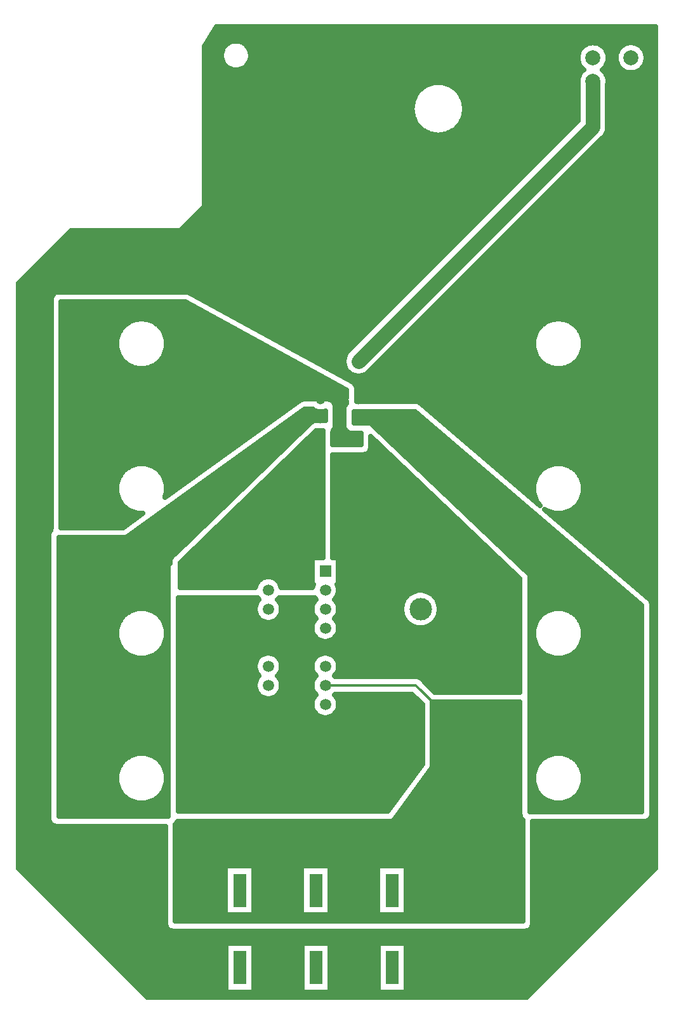
<source format=gbr>
G04 DipTrace 3.0.0.2*
G04 Top.gbr*
%MOIN*%
G04 #@! TF.FileFunction,Copper,L1,Top*
G04 #@! TF.Part,Single*
G04 #@! TA.AperFunction,Conductor*
%ADD13C,0.075*%
%ADD14C,0.012992*%
G04 #@! TA.AperFunction,CopperBalancing*
%ADD15C,0.025*%
G04 #@! TA.AperFunction,ComponentPad*
%ADD19C,0.059055*%
%ADD25R,0.06811X0.177559*%
%ADD26R,0.14252X0.05315*%
G04 #@! TA.AperFunction,ComponentPad*
%ADD27C,0.051181*%
%ADD29C,0.11811*%
%ADD30C,0.07874*%
%ADD31R,0.059055X0.059055*%
%ADD32C,0.059055*%
%ADD33C,0.15748*%
%FSLAX26Y26*%
G04*
G70*
G90*
G75*
G01*
G04 Top*
%LPD*%
X2219000Y3769000D2*
D13*
X3450160Y5000160D1*
Y5237365D1*
X2044000Y2069000D2*
D14*
X2519000D1*
X2644000Y1944000D1*
X2869000D1*
X2944000Y1869000D1*
X1458803Y5499381D2*
D15*
X3778022D1*
X1443423Y5474512D2*
X3778022D1*
X1427993Y5449643D2*
X1564839D1*
X1584970D2*
X3778022D1*
X1412613Y5424774D2*
X1515815D1*
X1633950D2*
X3399409D1*
X3500942D2*
X3599458D1*
X3700894D2*
X3778022D1*
X1409975Y5399906D2*
X1500971D1*
X1648843D2*
X3378266D1*
X3522037D2*
X3578315D1*
X3722037D2*
X3778022D1*
X1409975Y5375037D2*
X1496430D1*
X1653383D2*
X3369819D1*
X3530533D2*
X3569819D1*
X3730483D2*
X3778022D1*
X1409975Y5350168D2*
X1500239D1*
X1649575D2*
X3369722D1*
X3530581D2*
X3569722D1*
X3730581D2*
X3778022D1*
X1409975Y5325299D2*
X1514058D1*
X1635757D2*
X3378071D1*
X3522281D2*
X3578022D1*
X3722281D2*
X3778022D1*
X1409975Y5300430D2*
X1553413D1*
X1596402D2*
X3398873D1*
X3501430D2*
X3598823D1*
X3701479D2*
X3778022D1*
X1409975Y5275562D2*
X3378657D1*
X3521646D2*
X3778022D1*
X1409975Y5250693D2*
X3369917D1*
X3530386D2*
X3778022D1*
X1409975Y5225824D2*
X2594234D1*
X2681558D2*
X3369625D1*
X3530678D2*
X3778022D1*
X1409975Y5200955D2*
X2548189D1*
X2727602D2*
X3370650D1*
X3529654D2*
X3778022D1*
X1409975Y5176087D2*
X2524555D1*
X2751235D2*
X3370650D1*
X3529654D2*
X3778022D1*
X1409975Y5151218D2*
X2510005D1*
X2765786D2*
X3370650D1*
X3529654D2*
X3778022D1*
X1409975Y5126349D2*
X2501509D1*
X2774282D2*
X3370650D1*
X3529654D2*
X3778022D1*
X1409975Y5101480D2*
X2497945D1*
X2777846D2*
X3370650D1*
X3529654D2*
X3778022D1*
X1409975Y5076612D2*
X2498921D1*
X2776870D2*
X3370650D1*
X3529654D2*
X3778022D1*
X1409975Y5051743D2*
X2504585D1*
X2771206D2*
X3370650D1*
X3529654D2*
X3778022D1*
X1409975Y5026874D2*
X2515522D1*
X2760269D2*
X3365522D1*
X3529654D2*
X3778022D1*
X1409975Y5002005D2*
X2533491D1*
X2742299D2*
X3340621D1*
X3529654D2*
X3778022D1*
X1409975Y4977136D2*
X2563471D1*
X2712319D2*
X3315766D1*
X3526138D2*
X3778022D1*
X1409975Y4952268D2*
X3290913D1*
X3512954D2*
X3778022D1*
X1409975Y4927399D2*
X3266010D1*
X3488785D2*
X3778022D1*
X1409975Y4902530D2*
X3241157D1*
X3463882D2*
X3778022D1*
X1409975Y4877661D2*
X3216303D1*
X3439029D2*
X3778022D1*
X1409975Y4852793D2*
X3191402D1*
X3414175D2*
X3778022D1*
X1409975Y4827924D2*
X3166547D1*
X3389322D2*
X3778022D1*
X1409975Y4803055D2*
X3141694D1*
X3364419D2*
X3778022D1*
X1409975Y4778186D2*
X3116791D1*
X3339566D2*
X3778022D1*
X1409975Y4753318D2*
X3091938D1*
X3314711D2*
X3778022D1*
X1409975Y4728449D2*
X3067085D1*
X3289810D2*
X3778022D1*
X1409975Y4703580D2*
X3042182D1*
X3264957D2*
X3778022D1*
X1409975Y4678711D2*
X3017329D1*
X3240102D2*
X3778022D1*
X1409975Y4653843D2*
X2992475D1*
X3215201D2*
X3778022D1*
X1409975Y4628974D2*
X2967622D1*
X3190346D2*
X3778022D1*
X1409975Y4604105D2*
X2942719D1*
X3165493D2*
X3778022D1*
X1409975Y4579236D2*
X2917866D1*
X3140591D2*
X3778022D1*
X1386294Y4554367D2*
X2893013D1*
X3115738D2*
X3778022D1*
X1361441Y4529499D2*
X2868110D1*
X3090883D2*
X3778022D1*
X1336587Y4504630D2*
X2843257D1*
X3066030D2*
X3778022D1*
X1311685Y4479761D2*
X2818403D1*
X3041127D2*
X3778022D1*
X711831Y4454892D2*
X2793501D1*
X3016274D2*
X3778022D1*
X686978Y4430024D2*
X2768647D1*
X2991421D2*
X3778022D1*
X662125Y4405155D2*
X2743794D1*
X2966518D2*
X3778022D1*
X637222Y4380286D2*
X2718891D1*
X2941665D2*
X3778022D1*
X612369Y4355417D2*
X2694038D1*
X2916811D2*
X3778022D1*
X587514Y4330549D2*
X2669185D1*
X2891909D2*
X3778022D1*
X562613Y4305680D2*
X2644282D1*
X2867055D2*
X3778022D1*
X537759Y4280811D2*
X2619429D1*
X2842202D2*
X3778022D1*
X512906Y4255942D2*
X2594575D1*
X2817299D2*
X3778022D1*
X488003Y4231073D2*
X2569722D1*
X2792446D2*
X3778022D1*
X463150Y4206205D2*
X2544819D1*
X2767593D2*
X3778022D1*
X438295Y4181336D2*
X2519966D1*
X2742690D2*
X3778022D1*
X435000Y4156467D2*
X2495113D1*
X2717837D2*
X3778022D1*
X435000Y4131598D2*
X629438D1*
X1326675D2*
X2470210D1*
X2692983D2*
X3778022D1*
X435000Y4106730D2*
X604146D1*
X1373941D2*
X2445357D1*
X2668130D2*
X3778022D1*
X435000Y4081861D2*
X601997D1*
X1419350D2*
X2420503D1*
X2643227D2*
X3778022D1*
X435000Y4056992D2*
X601997D1*
X1464761D2*
X2395601D1*
X2618374D2*
X3778022D1*
X435000Y4032123D2*
X601997D1*
X1510219D2*
X2370747D1*
X2593521D2*
X3778022D1*
X435000Y4007255D2*
X601997D1*
X1555630D2*
X2345894D1*
X2568618D2*
X3778022D1*
X435000Y3982386D2*
X601997D1*
X1601041D2*
X2320991D1*
X2543765D2*
X3216987D1*
X3320230D2*
X3778022D1*
X435000Y3957517D2*
X601997D1*
X1646499D2*
X2296138D1*
X2518911D2*
X3177681D1*
X3359537D2*
X3778022D1*
X435000Y3932648D2*
X601997D1*
X1691909D2*
X2271285D1*
X2494009D2*
X3156587D1*
X3380630D2*
X3778022D1*
X435000Y3907780D2*
X601997D1*
X1737319D2*
X2246382D1*
X2469155D2*
X3143941D1*
X3393277D2*
X3778022D1*
X435000Y3882911D2*
X601997D1*
X1782778D2*
X2221529D1*
X2444302D2*
X3137154D1*
X3400014D2*
X3778022D1*
X435000Y3858042D2*
X601997D1*
X1828189D2*
X2196675D1*
X2419399D2*
X3135395D1*
X3401822D2*
X3778022D1*
X435000Y3833173D2*
X601997D1*
X1873598D2*
X2171822D1*
X2394546D2*
X3138423D1*
X3398794D2*
X3778022D1*
X435000Y3808304D2*
X601997D1*
X1919058D2*
X2150289D1*
X2369693D2*
X3146577D1*
X3390639D2*
X3778022D1*
X435000Y3783436D2*
X601997D1*
X1964467D2*
X2140865D1*
X2344790D2*
X3161030D1*
X3376186D2*
X3778022D1*
X435000Y3758567D2*
X601997D1*
X2009878D2*
X2140230D1*
X2319937D2*
X3185151D1*
X3352066D2*
X3778022D1*
X435000Y3733698D2*
X601997D1*
X2055337D2*
X2148091D1*
X2295083D2*
X3237299D1*
X3299917D2*
X3778022D1*
X435000Y3708829D2*
X601997D1*
X2100747D2*
X2168453D1*
X2269546D2*
X3778022D1*
X435000Y3683961D2*
X601997D1*
X2146157D2*
X3778022D1*
X435000Y3659092D2*
X601997D1*
X2191567D2*
X3778022D1*
X435000Y3634223D2*
X601997D1*
X2209975D2*
X3778022D1*
X435000Y3609354D2*
X601997D1*
X2211050D2*
X3778022D1*
X435000Y3584486D2*
X601997D1*
X2211050D2*
X3778022D1*
X435000Y3559617D2*
X601997D1*
X2211050D2*
X3778022D1*
X435000Y3534748D2*
X601997D1*
X2563882D2*
X3778022D1*
X435000Y3509879D2*
X601997D1*
X2592983D2*
X3778022D1*
X435000Y3485010D2*
X601997D1*
X2622085D2*
X3778022D1*
X435000Y3460142D2*
X601997D1*
X2651186D2*
X3778022D1*
X435000Y3435273D2*
X601997D1*
X2680337D2*
X3778022D1*
X435000Y3410404D2*
X601997D1*
X2709438D2*
X3778022D1*
X435000Y3385535D2*
X601997D1*
X2738541D2*
X3778022D1*
X435000Y3360667D2*
X601997D1*
X2286050D2*
X2295972D1*
X2767642D2*
X3778022D1*
X435000Y3335798D2*
X601997D1*
X2286001D2*
X2322066D1*
X2796791D2*
X3778022D1*
X435000Y3310929D2*
X601997D1*
X2285171D2*
X2348139D1*
X2825894D2*
X3778022D1*
X435000Y3286060D2*
X601997D1*
X2268277D2*
X2374165D1*
X2854995D2*
X3778022D1*
X435000Y3261192D2*
X601997D1*
X2086001D2*
X2400239D1*
X2884146D2*
X3778022D1*
X435000Y3236323D2*
X601997D1*
X2086001D2*
X2426265D1*
X2913247D2*
X3778022D1*
X435000Y3211454D2*
X601997D1*
X2086001D2*
X2452339D1*
X2942349D2*
X3195551D1*
X3341665D2*
X3778022D1*
X435000Y3186585D2*
X601997D1*
X2086001D2*
X2478413D1*
X2971450D2*
X3166938D1*
X3370278D2*
X3778022D1*
X435000Y3161717D2*
X601997D1*
X2086001D2*
X2504438D1*
X3000601D2*
X3150142D1*
X3387075D2*
X3778022D1*
X435000Y3136848D2*
X601997D1*
X2086001D2*
X2530513D1*
X3029702D2*
X3140278D1*
X3396938D2*
X3778022D1*
X435000Y3111979D2*
X601997D1*
X2086001D2*
X2556538D1*
X3058803D2*
X3135786D1*
X3401430D2*
X3778022D1*
X435000Y3087110D2*
X601997D1*
X2086001D2*
X2582613D1*
X3087906D2*
X3136127D1*
X3401089D2*
X3778022D1*
X435000Y3062241D2*
X601997D1*
X2086001D2*
X2608638D1*
X3117055D2*
X3141353D1*
X3395865D2*
X3778022D1*
X435000Y3037373D2*
X601997D1*
X2086001D2*
X2634711D1*
X3385122D2*
X3778022D1*
X435000Y3012504D2*
X601997D1*
X2086001D2*
X2660738D1*
X3367007D2*
X3778022D1*
X435000Y2987635D2*
X601997D1*
X2086001D2*
X2686811D1*
X3335562D2*
X3778022D1*
X435000Y2962766D2*
X601997D1*
X2086001D2*
X2712886D1*
X3233510D2*
X3778022D1*
X435000Y2937898D2*
X601997D1*
X2086001D2*
X2738911D1*
X3262613D2*
X3778022D1*
X435000Y2913029D2*
X601997D1*
X2086001D2*
X2764986D1*
X3291714D2*
X3778022D1*
X435000Y2888160D2*
X601997D1*
X2086001D2*
X2791010D1*
X3320865D2*
X3778022D1*
X435000Y2863291D2*
X590083D1*
X2086001D2*
X2817085D1*
X3349966D2*
X3778022D1*
X435000Y2838423D2*
X589497D1*
X2086001D2*
X2843110D1*
X3379067D2*
X3778022D1*
X435000Y2813554D2*
X589497D1*
X2086001D2*
X2869185D1*
X3408169D2*
X3778022D1*
X435000Y2788685D2*
X589497D1*
X2086001D2*
X2895259D1*
X3437319D2*
X3778022D1*
X435000Y2763816D2*
X589497D1*
X2086001D2*
X2921285D1*
X3466421D2*
X3778022D1*
X435000Y2738948D2*
X589497D1*
X2086001D2*
X2947358D1*
X3495522D2*
X3778022D1*
X435000Y2714079D2*
X589497D1*
X2115542D2*
X2973383D1*
X3524625D2*
X3778022D1*
X435000Y2689210D2*
X589497D1*
X2115542D2*
X2999458D1*
X3553774D2*
X3778022D1*
X435000Y2664341D2*
X589497D1*
X2115542D2*
X3025483D1*
X3582875D2*
X3778022D1*
X435000Y2639472D2*
X589497D1*
X2115542D2*
X3051558D1*
X3611978D2*
X3778022D1*
X435000Y2614604D2*
X589497D1*
X2115542D2*
X3064497D1*
X3641079D2*
X3778022D1*
X435000Y2589735D2*
X589497D1*
X2112319D2*
X3064497D1*
X3670230D2*
X3778022D1*
X435000Y2564866D2*
X589497D1*
X2115395D2*
X2518647D1*
X2569350D2*
X3064497D1*
X3699331D2*
X3778022D1*
X435000Y2539997D2*
X589497D1*
X2109146D2*
X2473139D1*
X2614858D2*
X3064497D1*
X3728433D2*
X3778022D1*
X435000Y2515129D2*
X589497D1*
X1273501D2*
X1690913D1*
X1798647D2*
X1990131D1*
X2097866D2*
X2454390D1*
X2633609D2*
X3064497D1*
X3754849D2*
X3778022D1*
X435000Y2490260D2*
X589497D1*
X1273501D2*
X1676606D1*
X1812954D2*
X1975825D1*
X2112173D2*
X2445259D1*
X2642739D2*
X3064497D1*
X3761001D2*
X3777984D1*
X435000Y2465391D2*
X589497D1*
X1273501D2*
X1673335D1*
X1816226D2*
X1972554D1*
X2115445D2*
X2443013D1*
X2644986D2*
X3064497D1*
X3761001D2*
X3777984D1*
X435000Y2440522D2*
X589497D1*
X1273501D2*
X1679390D1*
X1810171D2*
X1978609D1*
X2109390D2*
X2447163D1*
X2640835D2*
X3064497D1*
X3761001D2*
X3777984D1*
X435000Y2415654D2*
X589497D1*
X1273501D2*
X1698482D1*
X1791079D2*
X1990621D1*
X2097378D2*
X2458638D1*
X2629361D2*
X3064497D1*
X3761001D2*
X3777984D1*
X435000Y2390785D2*
X589497D1*
X1273501D2*
X1976021D1*
X2111978D2*
X2481538D1*
X2606459D2*
X3064497D1*
X3761001D2*
X3777984D1*
X435000Y2365916D2*
X589497D1*
X1273501D2*
X1972554D1*
X2115445D2*
X3064497D1*
X3761001D2*
X3777984D1*
X435000Y2341047D2*
X589497D1*
X1273501D2*
X1978365D1*
X2109634D2*
X3064497D1*
X3761001D2*
X3777984D1*
X435000Y2316178D2*
X589497D1*
X1273501D2*
X1997066D1*
X2090933D2*
X3064497D1*
X3761001D2*
X3777984D1*
X435000Y2291310D2*
X589497D1*
X1273501D2*
X3064497D1*
X3761001D2*
X3777984D1*
X435000Y2266441D2*
X589497D1*
X1273501D2*
X3064497D1*
X3761001D2*
X3777984D1*
X435000Y2241572D2*
X589497D1*
X1273501D2*
X3064497D1*
X3761001D2*
X3777984D1*
X435000Y2216703D2*
X589497D1*
X1273501D2*
X1692378D1*
X1797182D2*
X1991597D1*
X2096402D2*
X3064497D1*
X3761001D2*
X3777984D1*
X435000Y2191835D2*
X589497D1*
X1273501D2*
X1677143D1*
X1812417D2*
X1976362D1*
X2111635D2*
X3064497D1*
X3761001D2*
X3777984D1*
X435000Y2166966D2*
X589497D1*
X1273501D2*
X1673286D1*
X1816274D2*
X1972505D1*
X2115493D2*
X3064497D1*
X3761001D2*
X3777984D1*
X435000Y2142097D2*
X589497D1*
X1273501D2*
X1678706D1*
X1810854D2*
X1977925D1*
X2110073D2*
X3064497D1*
X3761001D2*
X3777984D1*
X435000Y2117228D2*
X589497D1*
X1273501D2*
X1692915D1*
X1796694D2*
X1992134D1*
X2095865D2*
X3064497D1*
X3761001D2*
X3777984D1*
X435000Y2092360D2*
X589497D1*
X1273501D2*
X1677339D1*
X1812222D2*
X1976558D1*
X2563150D2*
X3064497D1*
X3761001D2*
X3777984D1*
X435000Y2067491D2*
X589497D1*
X1273501D2*
X1673286D1*
X1816274D2*
X1972505D1*
X2588051D2*
X3064497D1*
X3761001D2*
X3777984D1*
X435000Y2042622D2*
X589497D1*
X1273501D2*
X1678510D1*
X1811098D2*
X1977730D1*
X2612906D2*
X3064497D1*
X3761001D2*
X3777984D1*
X435000Y2017753D2*
X589497D1*
X1273501D2*
X1696041D1*
X1793521D2*
X1992622D1*
X2095375D2*
X2502730D1*
X3761001D2*
X3777984D1*
X435000Y1992885D2*
X589497D1*
X1273501D2*
X1976753D1*
X2111245D2*
X2527583D1*
X3761001D2*
X3777984D1*
X435000Y1968016D2*
X589497D1*
X1273501D2*
X1972457D1*
X2115542D2*
X2551997D1*
X3761001D2*
X3777984D1*
X435000Y1943147D2*
X589497D1*
X1273501D2*
X1977486D1*
X2110513D2*
X2551997D1*
X3761001D2*
X3777984D1*
X435000Y1918278D2*
X589497D1*
X1273501D2*
X1994673D1*
X2093325D2*
X2551997D1*
X3761001D2*
X3777984D1*
X435000Y1893409D2*
X589497D1*
X1273501D2*
X2551997D1*
X3761001D2*
X3777984D1*
X435000Y1868541D2*
X589497D1*
X1273501D2*
X2551997D1*
X3761001D2*
X3777984D1*
X435000Y1843672D2*
X589497D1*
X1273501D2*
X2551997D1*
X3761001D2*
X3777984D1*
X435000Y1818803D2*
X589497D1*
X1273501D2*
X2551997D1*
X3761001D2*
X3777984D1*
X435000Y1793934D2*
X589497D1*
X1273501D2*
X2551997D1*
X3761001D2*
X3777984D1*
X435000Y1769066D2*
X589497D1*
X1273501D2*
X2551997D1*
X3761001D2*
X3777984D1*
X435000Y1744197D2*
X589497D1*
X1273501D2*
X2551997D1*
X3761001D2*
X3777984D1*
X435000Y1719328D2*
X589497D1*
X1273501D2*
X2551997D1*
X3761001D2*
X3777984D1*
X435000Y1694459D2*
X589497D1*
X1273501D2*
X2551997D1*
X3761001D2*
X3777984D1*
X435000Y1669591D2*
X589497D1*
X1273501D2*
X2551997D1*
X3761001D2*
X3777984D1*
X435000Y1644722D2*
X589497D1*
X1273501D2*
X2543209D1*
X3761001D2*
X3777984D1*
X435000Y1619853D2*
X589497D1*
X1273501D2*
X2525093D1*
X3761001D2*
X3777984D1*
X435000Y1594984D2*
X589497D1*
X1273501D2*
X2507026D1*
X3761001D2*
X3777984D1*
X435000Y1570115D2*
X589497D1*
X1273501D2*
X2488959D1*
X3761001D2*
X3777984D1*
X435000Y1545247D2*
X589497D1*
X1273501D2*
X2470845D1*
X3761001D2*
X3777984D1*
X435000Y1520378D2*
X589497D1*
X1273501D2*
X2452778D1*
X3761001D2*
X3777984D1*
X435000Y1495509D2*
X589497D1*
X1273501D2*
X2434663D1*
X3761001D2*
X3777984D1*
X435000Y1470640D2*
X589497D1*
X1273501D2*
X2416597D1*
X3761001D2*
X3777984D1*
X435000Y1445772D2*
X589497D1*
X1273501D2*
X2398530D1*
X3761001D2*
X3777984D1*
X435000Y1420903D2*
X589497D1*
X1273501D2*
X2380415D1*
X3761001D2*
X3777984D1*
X435000Y1396034D2*
X589497D1*
X3761001D2*
X3777984D1*
X435000Y1371165D2*
X589497D1*
X3753726D2*
X3778022D1*
X435000Y1346297D2*
X596675D1*
X3136001D2*
X3778022D1*
X435000Y1321428D2*
X1201997D1*
X3136001D2*
X3778022D1*
X435000Y1296559D2*
X1201997D1*
X3136001D2*
X3778022D1*
X435000Y1271690D2*
X1201997D1*
X3136001D2*
X3778022D1*
X435000Y1246822D2*
X1201997D1*
X3136001D2*
X3778022D1*
X435000Y1221953D2*
X1201997D1*
X3136001D2*
X3778022D1*
X435000Y1197084D2*
X1201997D1*
X3136001D2*
X3778022D1*
X435000Y1172215D2*
X1201997D1*
X3136001D2*
X3778022D1*
X435000Y1147346D2*
X1201997D1*
X3136001D2*
X3778022D1*
X435000Y1122478D2*
X1201997D1*
X3136001D2*
X3778022D1*
X447329Y1097609D2*
X1201997D1*
X3136001D2*
X3765669D1*
X472182Y1072740D2*
X1201997D1*
X3136001D2*
X3740815D1*
X497085Y1047871D2*
X1201997D1*
X3136001D2*
X3715913D1*
X521938Y1023003D2*
X1201997D1*
X3136001D2*
X3691059D1*
X546791Y998134D2*
X1201997D1*
X3136001D2*
X3666206D1*
X571694Y973265D2*
X1201997D1*
X3136001D2*
X3641303D1*
X596547Y948396D2*
X1201997D1*
X3136001D2*
X3616450D1*
X621402Y923528D2*
X1201997D1*
X3136001D2*
X3591597D1*
X646303Y898659D2*
X1201997D1*
X3136001D2*
X3566694D1*
X671157Y873790D2*
X1201997D1*
X3136001D2*
X3541841D1*
X696010Y848921D2*
X1201997D1*
X3136001D2*
X3516987D1*
X720913Y824052D2*
X1201997D1*
X3136001D2*
X3492085D1*
X745766Y799184D2*
X1207369D1*
X3130678D2*
X3467231D1*
X770621Y774315D2*
X3442378D1*
X795522Y749446D2*
X3417475D1*
X820375Y724577D2*
X3392622D1*
X845230Y699709D2*
X1519526D1*
X1671646D2*
X1919526D1*
X2071646D2*
X2319526D1*
X2471646D2*
X3367769D1*
X870083Y674840D2*
X1519526D1*
X1671646D2*
X1919526D1*
X2071646D2*
X2319526D1*
X2471646D2*
X3342915D1*
X894986Y649971D2*
X1519526D1*
X1671646D2*
X1919526D1*
X2071646D2*
X2319526D1*
X2471646D2*
X3318013D1*
X919839Y625102D2*
X1519526D1*
X1671646D2*
X1919526D1*
X2071646D2*
X2319526D1*
X2471646D2*
X3293159D1*
X944693Y600234D2*
X1519526D1*
X1671646D2*
X1919526D1*
X2071646D2*
X2319526D1*
X2471646D2*
X3268306D1*
X969594Y575365D2*
X1519526D1*
X1671646D2*
X1919526D1*
X2071646D2*
X2319526D1*
X2471646D2*
X3243403D1*
X994449Y550496D2*
X1519526D1*
X1671646D2*
X1919526D1*
X2071646D2*
X2319526D1*
X2471646D2*
X3218550D1*
X1019302Y525627D2*
X1519526D1*
X1671646D2*
X1919526D1*
X2071646D2*
X2319526D1*
X2471646D2*
X3193697D1*
X1044205Y500759D2*
X1519526D1*
X1671646D2*
X1919526D1*
X2071646D2*
X2319526D1*
X2471646D2*
X3168794D1*
X1069058Y475890D2*
X1519526D1*
X1671646D2*
X1919526D1*
X2071646D2*
X2319526D1*
X2471646D2*
X3143941D1*
X1093911Y451021D2*
X3119087D1*
X2334520Y715587D2*
X2469130D1*
Y459028D1*
X2322020D1*
Y715587D1*
X2334520D1*
X1534520D2*
X1669130D1*
Y459028D1*
X1522020D1*
Y715587D1*
X1534520D1*
X1934520D2*
X2069130D1*
Y459028D1*
X1922020D1*
Y715587D1*
X1934520D1*
X2283890Y3363894D2*
X2283500Y3356500D1*
X2283378Y3315900D1*
X2282408Y3309780D1*
X2280493Y3303885D1*
X2277680Y3298361D1*
X2274035Y3293346D1*
X2269654Y3288965D1*
X2264639Y3285320D1*
X2259115Y3282507D1*
X2253220Y3280592D1*
X2247100Y3279622D1*
X2169000Y3279500D1*
X2083501D1*
X2083500Y2737995D1*
X2113028Y2738028D1*
Y2599972D1*
X2105655D1*
X2109650Y2590331D1*
X2112177Y2579798D1*
X2113028Y2569000D1*
X2112177Y2558202D1*
X2109650Y2547669D1*
X2105504Y2537663D1*
X2099844Y2528427D1*
X2092810Y2520190D1*
X2091551Y2519026D1*
X2096490Y2513829D1*
X2102856Y2505067D1*
X2107773Y2495416D1*
X2111121Y2485114D1*
X2112815Y2474416D1*
Y2463584D1*
X2111121Y2452886D1*
X2107773Y2442584D1*
X2102856Y2432933D1*
X2096490Y2424171D1*
X2091551Y2419026D1*
X2096490Y2413829D1*
X2102856Y2405067D1*
X2107773Y2395416D1*
X2111121Y2385114D1*
X2112815Y2374416D1*
Y2363584D1*
X2111121Y2352886D1*
X2107773Y2342584D1*
X2102856Y2332933D1*
X2096490Y2324171D1*
X2088829Y2316510D1*
X2080067Y2310144D1*
X2070416Y2305227D1*
X2060114Y2301879D1*
X2049416Y2300185D1*
X2038584D1*
X2027886Y2301879D1*
X2017584Y2305227D1*
X2007933Y2310144D1*
X1999171Y2316510D1*
X1991510Y2324171D1*
X1985144Y2332933D1*
X1980227Y2342584D1*
X1976879Y2352886D1*
X1975185Y2363584D1*
Y2374416D1*
X1976879Y2385114D1*
X1980227Y2395416D1*
X1985144Y2405067D1*
X1991510Y2413829D1*
X1996449Y2418974D1*
X1991510Y2424171D1*
X1985144Y2432933D1*
X1980227Y2442584D1*
X1976879Y2452886D1*
X1975185Y2463584D1*
Y2474416D1*
X1976879Y2485114D1*
X1980227Y2495416D1*
X1985144Y2505067D1*
X1991510Y2513829D1*
X1996449Y2518974D1*
X1991510Y2524171D1*
X1987438Y2529500D1*
X1801373D1*
X1797277Y2524171D1*
X1792339Y2519026D1*
X1797277Y2513829D1*
X1803643Y2505067D1*
X1808560Y2495416D1*
X1811908Y2485114D1*
X1813602Y2474416D1*
Y2463584D1*
X1811908Y2452886D1*
X1808560Y2442584D1*
X1803643Y2432933D1*
X1797277Y2424171D1*
X1789617Y2416510D1*
X1780854Y2410144D1*
X1771203Y2405227D1*
X1760902Y2401879D1*
X1750203Y2400185D1*
X1739371D1*
X1728673Y2401879D1*
X1718371Y2405227D1*
X1708720Y2410144D1*
X1699958Y2416510D1*
X1692298Y2424171D1*
X1685932Y2432933D1*
X1681014Y2442584D1*
X1677667Y2452886D1*
X1675972Y2463584D1*
Y2474416D1*
X1677667Y2485114D1*
X1681014Y2495416D1*
X1685932Y2505067D1*
X1692298Y2513829D1*
X1697236Y2518974D1*
X1692298Y2524171D1*
X1688226Y2529500D1*
X1271001D1*
X1271000Y1408501D1*
X2373932Y1408500D1*
X2554503Y1656849D1*
X2554500Y1968463D1*
X2499920Y2023031D1*
X2095513Y2023004D1*
X2091551Y2019026D1*
X2096490Y2013829D1*
X2102856Y2005067D1*
X2107773Y1995416D1*
X2111121Y1985114D1*
X2112815Y1974416D1*
Y1963584D1*
X2111121Y1952886D1*
X2107773Y1942584D1*
X2102856Y1932933D1*
X2096490Y1924171D1*
X2088829Y1916510D1*
X2080067Y1910144D1*
X2070416Y1905227D1*
X2060114Y1901879D1*
X2049416Y1900185D1*
X2038584D1*
X2027886Y1901879D1*
X2017584Y1905227D1*
X2007933Y1910144D1*
X1999171Y1916510D1*
X1991510Y1924171D1*
X1985144Y1932933D1*
X1980227Y1942584D1*
X1976879Y1952886D1*
X1975185Y1963584D1*
Y1974416D1*
X1976879Y1985114D1*
X1980227Y1995416D1*
X1985144Y2005067D1*
X1991510Y2013829D1*
X1996449Y2018974D1*
X1991510Y2024171D1*
X1985144Y2032933D1*
X1980227Y2042584D1*
X1976879Y2052886D1*
X1975185Y2063584D1*
Y2074416D1*
X1976879Y2085114D1*
X1980227Y2095416D1*
X1985144Y2105067D1*
X1991510Y2113829D1*
X1996449Y2118974D1*
X1991510Y2124171D1*
X1985144Y2132933D1*
X1980227Y2142584D1*
X1976879Y2152886D1*
X1975185Y2163584D1*
Y2174416D1*
X1976879Y2185114D1*
X1980227Y2195416D1*
X1985144Y2205067D1*
X1991510Y2213829D1*
X1999171Y2221490D1*
X2007933Y2227856D1*
X2017584Y2232773D1*
X2027886Y2236121D1*
X2038584Y2237815D1*
X2049416D1*
X2060114Y2236121D1*
X2070416Y2232773D1*
X2080067Y2227856D1*
X2088829Y2221490D1*
X2096490Y2213829D1*
X2102856Y2205067D1*
X2107773Y2195416D1*
X2111121Y2185114D1*
X2112815Y2174416D1*
Y2163584D1*
X2111121Y2152886D1*
X2107773Y2142584D1*
X2102856Y2132933D1*
X2096490Y2124171D1*
X2091551Y2119026D1*
X2095411Y2114996D1*
X2522609Y2114854D1*
X2529738Y2113726D1*
X2536602Y2111495D1*
X2543033Y2108218D1*
X2548873Y2103976D1*
X2586879Y2066169D1*
X2619576Y2033472D1*
X3066999Y2033500D1*
X3067000Y2627155D1*
X2283853Y3374647D1*
X2283890Y3363894D1*
X2642251Y2461268D2*
X2639832Y2445992D1*
X2635052Y2431285D1*
X2628031Y2417505D1*
X2618942Y2404993D1*
X2608007Y2394058D1*
X2595495Y2384969D1*
X2581715Y2377948D1*
X2567008Y2373168D1*
X2551732Y2370749D1*
X2536268D1*
X2520992Y2373168D1*
X2506285Y2377948D1*
X2492505Y2384969D1*
X2479993Y2394058D1*
X2469058Y2404993D1*
X2459969Y2417505D1*
X2452948Y2431285D1*
X2448168Y2445992D1*
X2445749Y2461268D1*
Y2476732D1*
X2448168Y2492008D1*
X2452948Y2506715D1*
X2459969Y2520495D1*
X2469058Y2533007D1*
X2479993Y2543942D1*
X2492505Y2553031D1*
X2506285Y2560052D1*
X2520992Y2564832D1*
X2536268Y2567251D1*
X2551732D1*
X2567008Y2564832D1*
X2581715Y2560052D1*
X2595495Y2553031D1*
X2608007Y2543942D1*
X2618942Y2533007D1*
X2628031Y2520495D1*
X2635052Y2506715D1*
X2639832Y2492008D1*
X2642251Y2476732D1*
Y2461268D1*
X3728787Y5356177D2*
X3726850Y5343953D1*
X3723026Y5332182D1*
X3717408Y5321155D1*
X3710134Y5311143D1*
X3701382Y5302391D1*
X3691370Y5295117D1*
X3680343Y5289499D1*
X3668572Y5285675D1*
X3656348Y5283738D1*
X3643972D1*
X3631748Y5285675D1*
X3619978Y5289499D1*
X3608950Y5295117D1*
X3598938Y5302391D1*
X3590186Y5311143D1*
X3582912Y5321155D1*
X3577294Y5332182D1*
X3573470Y5343953D1*
X3571533Y5356177D1*
Y5368552D1*
X3573470Y5380777D1*
X3577294Y5392547D1*
X3582912Y5403575D1*
X3590186Y5413587D1*
X3598938Y5422339D1*
X3608950Y5429613D1*
X3619978Y5435231D1*
X3631748Y5439055D1*
X3643972Y5440992D1*
X3656348D1*
X3668572Y5439055D1*
X3680343Y5435231D1*
X3691370Y5429613D1*
X3701382Y5422339D1*
X3710134Y5413587D1*
X3717408Y5403575D1*
X3723026Y5392547D1*
X3726850Y5380777D1*
X3728787Y5368552D1*
Y5356177D1*
X3528787Y5231177D2*
X3527148Y5220448D1*
X3526923Y4994118D1*
X3525033Y4982185D1*
X3521299Y4970693D1*
X3515814Y4959928D1*
X3508711Y4950152D1*
X3486929Y4928035D1*
X2269008Y3710449D1*
X2259232Y3703346D1*
X2248467Y3697861D1*
X2236975Y3694127D1*
X2225042Y3692238D1*
X2212958D1*
X2201025Y3694127D1*
X2189533Y3697861D1*
X2178768Y3703346D1*
X2168992Y3710449D1*
X2160449Y3718992D1*
X2153346Y3728768D1*
X2147861Y3739533D1*
X2144127Y3751025D1*
X2142238Y3762958D1*
Y3775042D1*
X2144127Y3786975D1*
X2147861Y3798467D1*
X2153346Y3809232D1*
X2160449Y3819008D1*
X2182231Y3841125D1*
X3373160Y5032054D1*
Y5220327D1*
X3371533Y5231177D1*
Y5243552D1*
X3373470Y5255777D1*
X3377294Y5267547D1*
X3382912Y5278575D1*
X3390186Y5288587D1*
X3398938Y5297339D1*
X3402110Y5299839D1*
X3394391Y5306635D1*
X3386353Y5316046D1*
X3379886Y5326598D1*
X3375150Y5338031D1*
X3372261Y5350066D1*
X3371290Y5362404D1*
X3372261Y5374743D1*
X3375150Y5386777D1*
X3379886Y5398210D1*
X3386353Y5408762D1*
X3394391Y5418173D1*
X3403802Y5426211D1*
X3414354Y5432678D1*
X3425787Y5437415D1*
X3437822Y5440303D1*
X3450160Y5441274D1*
X3462499Y5440303D1*
X3474533Y5437415D1*
X3485966Y5432678D1*
X3496518Y5426211D1*
X3505929Y5418173D1*
X3513967Y5408762D1*
X3520434Y5398210D1*
X3525171Y5386777D1*
X3528059Y5374743D1*
X3529030Y5362404D1*
X3528059Y5350066D1*
X3525171Y5338031D1*
X3520434Y5326598D1*
X3513967Y5316046D1*
X3505929Y5306635D1*
X3498210Y5299930D1*
X3505929Y5293134D1*
X3513967Y5283723D1*
X3520434Y5273171D1*
X3525171Y5261738D1*
X3528059Y5249703D1*
X3529030Y5237365D1*
X3528787Y5231177D1*
X1813602Y2063584D2*
X1811908Y2052886D1*
X1808560Y2042584D1*
X1803643Y2032933D1*
X1797277Y2024171D1*
X1789617Y2016510D1*
X1780854Y2010144D1*
X1771203Y2005227D1*
X1760902Y2001879D1*
X1750203Y2000185D1*
X1739371D1*
X1728673Y2001879D1*
X1718371Y2005227D1*
X1708720Y2010144D1*
X1699958Y2016510D1*
X1692298Y2024171D1*
X1685932Y2032933D1*
X1681014Y2042584D1*
X1677667Y2052886D1*
X1675972Y2063584D1*
Y2074416D1*
X1677667Y2085114D1*
X1681014Y2095416D1*
X1685932Y2105067D1*
X1692298Y2113829D1*
X1697236Y2118974D1*
X1692298Y2124171D1*
X1685932Y2132933D1*
X1681014Y2142584D1*
X1677667Y2152886D1*
X1675972Y2163584D1*
Y2174416D1*
X1677667Y2185114D1*
X1681014Y2195416D1*
X1685932Y2205067D1*
X1692298Y2213829D1*
X1699958Y2221490D1*
X1708720Y2227856D1*
X1718371Y2232773D1*
X1728673Y2236121D1*
X1739371Y2237815D1*
X1750203D1*
X1760902Y2236121D1*
X1771203Y2232773D1*
X1780854Y2227856D1*
X1789617Y2221490D1*
X1797277Y2213829D1*
X1803643Y2205067D1*
X1808560Y2195416D1*
X1811908Y2185114D1*
X1813602Y2174416D1*
Y2163584D1*
X1811908Y2152886D1*
X1808560Y2142584D1*
X1803643Y2132933D1*
X1797277Y2124171D1*
X1792339Y2119026D1*
X1797277Y2113829D1*
X1803643Y2105067D1*
X1808560Y2095416D1*
X1811908Y2085114D1*
X1813602Y2074416D1*
Y2063584D1*
X3398945Y3091125D2*
X3397738Y3080929D1*
X3395735Y3070861D1*
X3392949Y3060980D1*
X3389395Y3051349D1*
X3385098Y3042026D1*
X3380081Y3033070D1*
X3374378Y3024534D1*
X3368022Y3016472D1*
X3361055Y3008933D1*
X3353516Y3001966D1*
X3345454Y2995610D1*
X3336919Y2989907D1*
X3327962Y2984890D1*
X3318639Y2980593D1*
X3309008Y2977039D1*
X3299127Y2974253D1*
X3289059Y2972251D1*
X3278864Y2971043D1*
X3268606Y2970640D1*
X3258349Y2971043D1*
X3248154Y2972251D1*
X3238085Y2974253D1*
X3228205Y2977039D1*
X3218573Y2980593D1*
X3209251Y2984890D1*
X3195392Y2993181D1*
X3746932Y2521929D1*
X3750957Y2517217D1*
X3754196Y2511930D1*
X3756567Y2506205D1*
X3758014Y2500177D1*
X3758500Y2494000D1*
X3758378Y1390900D1*
X3757408Y1384780D1*
X3755493Y1378885D1*
X3752680Y1373361D1*
X3749035Y1368346D1*
X3744654Y1363965D1*
X3739639Y1360320D1*
X3734115Y1357507D1*
X3728220Y1355592D1*
X3722100Y1354622D1*
X3644000Y1354500D1*
X3133501D1*
X3133378Y815900D1*
X3132408Y809780D1*
X3130493Y803885D1*
X3127680Y798361D1*
X3124037Y793346D1*
X3119654Y788963D1*
X3114639Y785320D1*
X3109115Y782507D1*
X3103220Y780592D1*
X3097100Y779622D1*
X3019000Y779500D1*
X1240900Y779622D1*
X1234780Y780592D1*
X1228885Y782507D1*
X1223361Y785320D1*
X1218346Y788963D1*
X1213963Y793346D1*
X1210320Y798361D1*
X1207507Y803885D1*
X1205592Y809780D1*
X1204622Y815900D1*
X1204500Y894000D1*
Y1329499D1*
X628400Y1329622D1*
X622280Y1330592D1*
X616385Y1332507D1*
X610861Y1335320D1*
X605846Y1338965D1*
X601465Y1343346D1*
X597820Y1348361D1*
X595007Y1353885D1*
X593092Y1359780D1*
X592122Y1365900D1*
X592000Y1444000D1*
X592122Y2859600D1*
X593092Y2865720D1*
X595007Y2871615D1*
X597820Y2877139D1*
X601465Y2882154D1*
X603845Y2884686D1*
X604500Y2894000D1*
X604622Y4097100D1*
X605592Y4103220D1*
X607507Y4109115D1*
X610320Y4114639D1*
X613963Y4119654D1*
X618346Y4124037D1*
X623361Y4127680D1*
X628885Y4130493D1*
X634780Y4132408D1*
X640900Y4133378D1*
X706514Y4133476D1*
X1316020Y4133125D1*
X1322142Y4132154D1*
X1328035Y4130236D1*
X1342837Y4122394D1*
X2190693Y3658100D1*
X2195597Y3654310D1*
X2199849Y3649799D1*
X2203341Y3644678D1*
X2205991Y3639075D1*
X2207731Y3633126D1*
X2208445Y3628134D1*
X2208545Y3558482D1*
X2522100Y3558378D1*
X2528220Y3557408D1*
X2534115Y3555493D1*
X2539639Y3552680D1*
X2544655Y3549035D1*
X3172446Y3012797D1*
X3162835Y3024534D1*
X3157131Y3033070D1*
X3152114Y3042026D1*
X3147818Y3051349D1*
X3144264Y3060980D1*
X3141478Y3070861D1*
X3139475Y3080929D1*
X3138268Y3091125D1*
X3137865Y3101382D1*
X3138268Y3111639D1*
X3139475Y3121835D1*
X3141478Y3131903D1*
X3144264Y3141783D1*
X3147818Y3151415D1*
X3152114Y3160738D1*
X3157131Y3169694D1*
X3162835Y3178230D1*
X3169190Y3186291D1*
X3176157Y3193831D1*
X3183697Y3200798D1*
X3191759Y3207154D1*
X3200294Y3212857D1*
X3209251Y3217874D1*
X3218573Y3222171D1*
X3228205Y3225724D1*
X3238085Y3228510D1*
X3248154Y3230513D1*
X3258349Y3231720D1*
X3268606Y3232123D1*
X3278864Y3231720D1*
X3289059Y3230513D1*
X3299127Y3228510D1*
X3309008Y3225724D1*
X3318639Y3222171D1*
X3327962Y3217874D1*
X3336919Y3212857D1*
X3345454Y3207154D1*
X3353516Y3200798D1*
X3361055Y3193831D1*
X3368022Y3186291D1*
X3374378Y3178230D1*
X3380081Y3169694D1*
X3385098Y3160738D1*
X3389395Y3151415D1*
X3392949Y3141783D1*
X3395735Y3131903D1*
X3397738Y3121835D1*
X3398945Y3111639D1*
X3399348Y3101382D1*
X3398945Y3091125D1*
Y3850967D2*
X3397738Y3840772D1*
X3395735Y3830703D1*
X3392949Y3820823D1*
X3389395Y3811192D1*
X3385098Y3801869D1*
X3380081Y3792912D1*
X3374378Y3784377D1*
X3368022Y3776315D1*
X3361055Y3768776D1*
X3353516Y3761808D1*
X3345454Y3755453D1*
X3336919Y3749749D1*
X3327962Y3744732D1*
X3318639Y3740436D1*
X3309008Y3736882D1*
X3299127Y3734096D1*
X3289059Y3732093D1*
X3278864Y3730886D1*
X3268606Y3730483D1*
X3258349Y3730886D1*
X3248154Y3732093D1*
X3238085Y3734096D1*
X3228205Y3736882D1*
X3218573Y3740436D1*
X3209251Y3744732D1*
X3200294Y3749749D1*
X3191759Y3755453D1*
X3183697Y3761808D1*
X3176157Y3768776D1*
X3169190Y3776315D1*
X3162835Y3784377D1*
X3157131Y3792912D1*
X3152114Y3801869D1*
X3147818Y3811192D1*
X3144264Y3820823D1*
X3141478Y3830703D1*
X3139475Y3840772D1*
X3138268Y3850967D1*
X3137865Y3861224D1*
X3138268Y3871482D1*
X3139475Y3881677D1*
X3141478Y3891745D1*
X3144264Y3901626D1*
X3147818Y3911257D1*
X3152114Y3920580D1*
X3157131Y3929537D1*
X3162835Y3938072D1*
X3169190Y3946134D1*
X3176157Y3953673D1*
X3183697Y3960640D1*
X3191759Y3966996D1*
X3200294Y3972699D1*
X3209251Y3977717D1*
X3218573Y3982013D1*
X3228205Y3985567D1*
X3238085Y3988353D1*
X3248154Y3990356D1*
X3258349Y3991563D1*
X3268606Y3991966D1*
X3278864Y3991563D1*
X3289059Y3990356D1*
X3299127Y3988353D1*
X3309008Y3985567D1*
X3318639Y3982013D1*
X3327962Y3977717D1*
X3336919Y3972699D1*
X3345454Y3966996D1*
X3353516Y3960640D1*
X3361055Y3953673D1*
X3368022Y3946134D1*
X3374378Y3938072D1*
X3380081Y3929537D1*
X3385098Y3920580D1*
X3389395Y3911257D1*
X3392949Y3901626D1*
X3395735Y3891745D1*
X3397738Y3881677D1*
X3398945Y3871482D1*
X3399348Y3861224D1*
X3398945Y3850967D1*
X2775105Y5083694D2*
X2773835Y5072962D1*
X2771726Y5062362D1*
X2768793Y5051962D1*
X2765052Y5041823D1*
X2760528Y5032009D1*
X2755248Y5022580D1*
X2749244Y5013594D1*
X2742554Y5005108D1*
X2735218Y4997172D1*
X2727282Y4989836D1*
X2718795Y4983146D1*
X2709810Y4977142D1*
X2700381Y4971862D1*
X2690567Y4967337D1*
X2680428Y4963597D1*
X2670028Y4960664D1*
X2659428Y4958555D1*
X2648696Y4957285D1*
X2637898Y4956861D1*
X2627100Y4957285D1*
X2616367Y4958555D1*
X2605768Y4960664D1*
X2595367Y4963597D1*
X2585228Y4967337D1*
X2575415Y4971862D1*
X2565986Y4977142D1*
X2557000Y4983146D1*
X2548513Y4989836D1*
X2540577Y4997172D1*
X2533241Y5005108D1*
X2526551Y5013594D1*
X2520547Y5022580D1*
X2515268Y5032009D1*
X2510743Y5041823D1*
X2507003Y5051962D1*
X2504070Y5062362D1*
X2501961Y5072962D1*
X2500690Y5083694D1*
X2500266Y5094492D1*
X2500690Y5105290D1*
X2501961Y5116022D1*
X2504070Y5126622D1*
X2507003Y5137022D1*
X2510743Y5147161D1*
X2515268Y5156975D1*
X2520547Y5166404D1*
X2526551Y5175390D1*
X2533241Y5183877D1*
X2540577Y5191812D1*
X2548513Y5199148D1*
X2557000Y5205839D1*
X2565986Y5211843D1*
X2575415Y5217122D1*
X2585228Y5221647D1*
X2595367Y5225387D1*
X2605768Y5228320D1*
X2616367Y5230429D1*
X2627100Y5231699D1*
X2637898Y5232123D1*
X2648696Y5231699D1*
X2659428Y5230429D1*
X2670028Y5228320D1*
X2680428Y5225387D1*
X2690567Y5221647D1*
X2700381Y5217122D1*
X2709810Y5211843D1*
X2718795Y5205839D1*
X2727282Y5199148D1*
X2735218Y5191812D1*
X2742554Y5183877D1*
X2749244Y5175390D1*
X2755248Y5166404D1*
X2760528Y5156975D1*
X2765052Y5147161D1*
X2768793Y5137022D1*
X2771726Y5126622D1*
X2773835Y5116022D1*
X2775105Y5105290D1*
X2775529Y5094492D1*
X2775105Y5083694D1*
X1650671Y5368056D2*
X1648806Y5356278D1*
X1645121Y5344936D1*
X1639706Y5334310D1*
X1632697Y5324661D1*
X1624264Y5316228D1*
X1614615Y5309219D1*
X1603990Y5303804D1*
X1592647Y5300119D1*
X1580869Y5298255D1*
X1568942D1*
X1557164Y5300119D1*
X1545822Y5303804D1*
X1535196Y5309219D1*
X1525547Y5316228D1*
X1517114Y5324661D1*
X1510105Y5334310D1*
X1504690Y5344936D1*
X1501005Y5356278D1*
X1499140Y5368056D1*
Y5379983D1*
X1501005Y5391761D1*
X1504690Y5403104D1*
X1510105Y5413730D1*
X1517114Y5423378D1*
X1525547Y5431811D1*
X1535196Y5438820D1*
X1545822Y5444235D1*
X1557164Y5447920D1*
X1568942Y5449785D1*
X1580869D1*
X1592647Y5447920D1*
X1603990Y5444235D1*
X1614615Y5438820D1*
X1624264Y5431811D1*
X1632697Y5423378D1*
X1639706Y5413730D1*
X1645121Y5403104D1*
X1648806Y5391761D1*
X1650671Y5379983D1*
Y5368056D1*
X432465Y1109983D2*
X1109969Y432479D1*
X3103060Y432500D1*
X3780521Y1109969D1*
X3780500Y5524249D1*
X1471663Y5524240D1*
X1407488Y5420528D1*
X1407346Y4581276D1*
X1406138Y4577556D1*
X1403594Y4574165D1*
X1287117Y4457887D1*
X1283631Y4456112D1*
X1279428Y4455513D1*
X709896Y4455500D1*
X432457Y4178010D1*
X432500Y1109940D1*
X2608975Y1956631D2*
X3064522D1*
X2608975Y1931762D2*
X3064522D1*
X2608975Y1906894D2*
X3064522D1*
X2608975Y1882025D2*
X3064522D1*
X2608975Y1857156D2*
X3064522D1*
X2608975Y1832287D2*
X3064522D1*
X2608975Y1807419D2*
X3064522D1*
X2608975Y1782550D2*
X3064522D1*
X2608975Y1757681D2*
X3064522D1*
X2608975Y1732812D2*
X3064522D1*
X2608975Y1707944D2*
X3064522D1*
X2608975Y1683075D2*
X3064522D1*
X2608975Y1658206D2*
X3064522D1*
X2604190Y1633337D2*
X3064522D1*
X2586125Y1608469D2*
X3064522D1*
X2568009Y1583600D2*
X3064522D1*
X2549942Y1558731D2*
X3064522D1*
X2531875Y1533862D2*
X3064522D1*
X2513761Y1508993D2*
X3064522D1*
X2495694Y1484125D2*
X3064522D1*
X2477579Y1459256D2*
X3064522D1*
X2459513Y1434387D2*
X3064522D1*
X2441446Y1409518D2*
X3064522D1*
X2423331Y1384650D2*
X3065646D1*
X2405265Y1359781D2*
X3079025D1*
X1259000Y1334912D2*
X3079025D1*
X1259000Y1310043D2*
X3079025D1*
X1259000Y1285175D2*
X3079025D1*
X1259000Y1260306D2*
X3079025D1*
X1259000Y1235437D2*
X3079025D1*
X1259000Y1210568D2*
X3079025D1*
X1259000Y1185699D2*
X3079025D1*
X1259000Y1160831D2*
X3079025D1*
X1259000Y1135962D2*
X3079025D1*
X1259000Y1111093D2*
X1517941D1*
X1670059D2*
X1917941D1*
X2070059D2*
X2317941D1*
X2470059D2*
X3079025D1*
X1259000Y1086224D2*
X1517941D1*
X1670059D2*
X1917941D1*
X2070059D2*
X2317941D1*
X2470059D2*
X3079025D1*
X1259000Y1061356D2*
X1517941D1*
X1670059D2*
X1917941D1*
X2070059D2*
X2317941D1*
X2470059D2*
X3079025D1*
X1259000Y1036487D2*
X1517941D1*
X1670059D2*
X1917941D1*
X2070059D2*
X2317941D1*
X2470059D2*
X3079025D1*
X1259000Y1011618D2*
X1517941D1*
X1670059D2*
X1917941D1*
X2070059D2*
X2317941D1*
X2470059D2*
X3079025D1*
X1259000Y986749D2*
X1517941D1*
X1670059D2*
X1917941D1*
X2070059D2*
X2317941D1*
X2470059D2*
X3079025D1*
X1259000Y961881D2*
X1517941D1*
X1670059D2*
X1917941D1*
X2070059D2*
X2317941D1*
X2470059D2*
X3079025D1*
X1259000Y937012D2*
X1517941D1*
X1670059D2*
X1917941D1*
X2070059D2*
X2317941D1*
X2470059D2*
X3079025D1*
X1259000Y912143D2*
X1517941D1*
X1670059D2*
X1917941D1*
X2070059D2*
X2317941D1*
X2470059D2*
X3079025D1*
X1259000Y887274D2*
X1517941D1*
X1670059D2*
X1917941D1*
X2070059D2*
X2317941D1*
X2470059D2*
X3079025D1*
X1259000Y862406D2*
X3079025D1*
X1259000Y837537D2*
X3079025D1*
X2332945Y1122280D2*
X2467555D1*
Y865720D1*
X2320445D1*
Y1122280D1*
X2332945D1*
X1532945D2*
X1667555D1*
Y865720D1*
X1520445D1*
Y1122280D1*
X1532945D1*
X1932945D2*
X2067555D1*
Y865720D1*
X1920445D1*
Y1122280D1*
X1932945D1*
X3067000Y1406500D2*
Y1981549D1*
X2606500Y1981500D1*
X2606346Y1642045D1*
X2605138Y1638325D1*
X2596757Y1626538D1*
X2402835Y1360157D1*
X2399669Y1357860D1*
X2395950Y1356652D1*
X2381500Y1356500D1*
X1268951D1*
X1266694Y1351067D1*
X1263457Y1345782D1*
X1259430Y1341070D1*
X1256858Y1338731D1*
X1256500Y1319000D1*
Y831500D1*
X3081500D1*
Y1363483D1*
X3076465Y1368346D1*
X3072820Y1373361D1*
X3070007Y1378885D1*
X3068092Y1384780D1*
X3067122Y1390900D1*
X3067000Y1406500D1*
X2196500Y3481631D2*
X2540987D1*
X2196500Y3456762D2*
X2570138D1*
X2301701Y3431894D2*
X2599239D1*
X2327726Y3407025D2*
X2628341D1*
X2353799Y3382156D2*
X2657442D1*
X2379874Y3357287D2*
X2686593D1*
X2405899Y3332419D2*
X2715694D1*
X2431974Y3307550D2*
X2744795D1*
X2457999Y3282681D2*
X2773898D1*
X2484073Y3257812D2*
X2803047D1*
X2510098Y3232944D2*
X2832150D1*
X2536173Y3208075D2*
X2861251D1*
X2562198Y3183206D2*
X2890402D1*
X2588273Y3158337D2*
X2919503D1*
X2614346Y3133469D2*
X2948605D1*
X2640373Y3108600D2*
X2977706D1*
X2666446Y3083731D2*
X3006857D1*
X2692471Y3058862D2*
X3035958D1*
X2718546Y3033993D2*
X3065059D1*
X2744571Y3009125D2*
X3094161D1*
X2770646Y2984256D2*
X3123311D1*
X2796719Y2959387D2*
X3152413D1*
X2822745Y2934518D2*
X3181514D1*
X2848819Y2909650D2*
X3210617D1*
X2874845Y2884781D2*
X3239766D1*
X2900919Y2859912D2*
X3268869D1*
X2926945Y2835043D2*
X3297970D1*
X2953018Y2810175D2*
X3327121D1*
X2979093Y2785306D2*
X3356222D1*
X3005118Y2760437D2*
X3385323D1*
X3031193Y2735568D2*
X3414425D1*
X3057218Y2710699D2*
X3443575D1*
X3083291Y2685831D2*
X3472677D1*
X3109318Y2660962D2*
X3501778D1*
X3121475Y2636093D2*
X3530879D1*
X3121475Y2611224D2*
X3560030D1*
X3121475Y2586356D2*
X3589131D1*
X3121475Y2561487D2*
X3618234D1*
X3121475Y2536618D2*
X3647383D1*
X3121475Y2511749D2*
X3676486D1*
X3121475Y2486881D2*
X3704025D1*
X3121475Y2462012D2*
X3215303D1*
X3321915D2*
X3704025D1*
X3121475Y2437143D2*
X3176925D1*
X3360294D2*
X3704025D1*
X3121475Y2412274D2*
X3156173D1*
X3381046D2*
X3704025D1*
X3121475Y2387406D2*
X3143673D1*
X3393546D2*
X3704025D1*
X3121475Y2362537D2*
X3137081D1*
X3400138D2*
X3704025D1*
X3121475Y2337668D2*
X3135421D1*
X3401798D2*
X3704025D1*
X3121475Y2312799D2*
X3138546D1*
X3398673D2*
X3704025D1*
X3121475Y2287930D2*
X3146846D1*
X3390373D2*
X3704025D1*
X3121475Y2263062D2*
X3161543D1*
X3375675D2*
X3704025D1*
X3121475Y2238193D2*
X3186007D1*
X3351163D2*
X3704025D1*
X3121475Y2213324D2*
X3240547D1*
X3296671D2*
X3704025D1*
X3121475Y2188455D2*
X3704025D1*
X3121475Y2163587D2*
X3704025D1*
X3121475Y2138718D2*
X3704025D1*
X3121475Y2113849D2*
X3704025D1*
X3121475Y2088980D2*
X3704025D1*
X3121475Y2064112D2*
X3704025D1*
X3121475Y2039243D2*
X3704025D1*
X3121475Y2014374D2*
X3704025D1*
X3121475Y1989505D2*
X3704025D1*
X3121475Y1964636D2*
X3704025D1*
X3121475Y1939768D2*
X3704025D1*
X3121475Y1914899D2*
X3704025D1*
X3121475Y1890030D2*
X3704025D1*
X3121475Y1865161D2*
X3704025D1*
X3121475Y1840293D2*
X3704025D1*
X3121475Y1815424D2*
X3704025D1*
X3121475Y1790555D2*
X3704025D1*
X3121475Y1765686D2*
X3704025D1*
X3121475Y1740818D2*
X3704025D1*
X3121475Y1715949D2*
X3704025D1*
X3121475Y1691080D2*
X3194503D1*
X3342715D2*
X3704025D1*
X3121475Y1666211D2*
X3166378D1*
X3370841D2*
X3704025D1*
X3121475Y1641343D2*
X3149777D1*
X3387442D2*
X3704025D1*
X3121475Y1616474D2*
X3140059D1*
X3397159D2*
X3704025D1*
X3121475Y1591605D2*
X3135762D1*
X3401457D2*
X3704025D1*
X3121475Y1566736D2*
X3136202D1*
X3400967D2*
X3704025D1*
X3121475Y1541867D2*
X3141573D1*
X3395646D2*
X3704025D1*
X3121475Y1516999D2*
X3152510D1*
X3384709D2*
X3704025D1*
X3121475Y1492130D2*
X3170870D1*
X3366349D2*
X3704025D1*
X3121475Y1467261D2*
X3202902D1*
X3334318D2*
X3704025D1*
X3121475Y1442392D2*
X3704025D1*
X3121475Y1417524D2*
X3704025D1*
X2237058Y3506516D2*
X2229182Y3504711D1*
X2219000Y3503909D1*
X2208818Y3504711D1*
X2200942Y3506516D1*
X2194000Y3506500D1*
Y3444000D1*
X2283455Y3443846D1*
X2287175Y3442638D1*
X2290446Y3440223D1*
X3116440Y2651580D1*
X3118295Y2648138D1*
X3118996Y2644290D1*
X3119000Y1406500D1*
X3706500D1*
Y2488287D1*
X2514370Y3506516D1*
X2237213Y3506500D1*
X3398945Y1571440D2*
X3397738Y1561244D1*
X3395735Y1551176D1*
X3392949Y1541295D1*
X3389395Y1531664D1*
X3385098Y1522341D1*
X3380081Y1513385D1*
X3374378Y1504849D1*
X3368022Y1496787D1*
X3361055Y1489248D1*
X3353516Y1482281D1*
X3345454Y1475925D1*
X3336919Y1470222D1*
X3327962Y1465205D1*
X3318639Y1460908D1*
X3309008Y1457354D1*
X3299127Y1454568D1*
X3289059Y1452566D1*
X3278864Y1451358D1*
X3268606Y1450955D1*
X3258349Y1451358D1*
X3248154Y1452566D1*
X3238085Y1454568D1*
X3228205Y1457354D1*
X3218573Y1460908D1*
X3209251Y1465205D1*
X3200294Y1470222D1*
X3191759Y1475925D1*
X3183697Y1482281D1*
X3176157Y1489248D1*
X3169190Y1496787D1*
X3162835Y1504849D1*
X3157131Y1513385D1*
X3152114Y1522341D1*
X3147818Y1531664D1*
X3144264Y1541295D1*
X3141478Y1551176D1*
X3139475Y1561244D1*
X3138268Y1571440D1*
X3137865Y1581697D1*
X3138268Y1591954D1*
X3139475Y1602150D1*
X3141478Y1612218D1*
X3144264Y1622098D1*
X3147818Y1631730D1*
X3152114Y1641052D1*
X3157131Y1650009D1*
X3162835Y1658545D1*
X3169190Y1666606D1*
X3176157Y1674146D1*
X3183697Y1681113D1*
X3191759Y1687469D1*
X3200294Y1693172D1*
X3209251Y1698189D1*
X3218573Y1702486D1*
X3228205Y1706039D1*
X3238085Y1708825D1*
X3248154Y1710828D1*
X3258349Y1712035D1*
X3268606Y1712438D1*
X3278864Y1712035D1*
X3289059Y1710828D1*
X3299127Y1708825D1*
X3309008Y1706039D1*
X3318639Y1702486D1*
X3327962Y1698189D1*
X3336919Y1693172D1*
X3345454Y1687469D1*
X3353516Y1681113D1*
X3361055Y1674146D1*
X3368022Y1666606D1*
X3374378Y1658545D1*
X3380081Y1650009D1*
X3385098Y1641052D1*
X3389395Y1631730D1*
X3392949Y1622098D1*
X3395735Y1612218D1*
X3397738Y1602150D1*
X3398945Y1591954D1*
X3399348Y1581697D1*
X3398945Y1571440D1*
Y2331282D2*
X3397738Y2321087D1*
X3395735Y2311018D1*
X3392949Y2301138D1*
X3389395Y2291507D1*
X3385098Y2282184D1*
X3380081Y2273227D1*
X3374378Y2264692D1*
X3368022Y2256630D1*
X3361055Y2249091D1*
X3353516Y2242123D1*
X3345454Y2235768D1*
X3336919Y2230064D1*
X3327962Y2225047D1*
X3318639Y2220751D1*
X3309008Y2217197D1*
X3299127Y2214411D1*
X3289059Y2212408D1*
X3278864Y2211201D1*
X3268606Y2210798D1*
X3258349Y2211201D1*
X3248154Y2212408D1*
X3238085Y2214411D1*
X3228205Y2217197D1*
X3218573Y2220751D1*
X3209251Y2225047D1*
X3200294Y2230064D1*
X3191759Y2235768D1*
X3183697Y2242123D1*
X3176157Y2249091D1*
X3169190Y2256630D1*
X3162835Y2264692D1*
X3157131Y2273227D1*
X3152114Y2282184D1*
X3147818Y2291507D1*
X3144264Y2301138D1*
X3141478Y2311018D1*
X3139475Y2321087D1*
X3138268Y2331282D1*
X3137865Y2341539D1*
X3138268Y2351797D1*
X3139475Y2361992D1*
X3141478Y2372060D1*
X3144264Y2381941D1*
X3147818Y2391572D1*
X3152114Y2400895D1*
X3157131Y2409852D1*
X3162835Y2418387D1*
X3169190Y2426449D1*
X3176157Y2433988D1*
X3183697Y2440955D1*
X3191759Y2447311D1*
X3200294Y2453014D1*
X3209251Y2458031D1*
X3218573Y2462328D1*
X3228205Y2465882D1*
X3238085Y2468668D1*
X3248154Y2470671D1*
X3258349Y2471878D1*
X3268606Y2472281D1*
X3278864Y2471878D1*
X3289059Y2470671D1*
X3299127Y2468668D1*
X3309008Y2465882D1*
X3318639Y2462328D1*
X3327962Y2458031D1*
X3336919Y2453014D1*
X3345454Y2447311D1*
X3353516Y2440955D1*
X3361055Y2433988D1*
X3368022Y2426449D1*
X3374378Y2418387D1*
X3380081Y2409852D1*
X3385098Y2400895D1*
X3389395Y2391572D1*
X3392949Y2381941D1*
X3395735Y2372060D1*
X3397738Y2361992D1*
X3398945Y2351797D1*
X3399348Y2341539D1*
X3398945Y2331282D1*
X1903507Y3494131D2*
X2041525D1*
X1868937Y3469262D2*
X2041525D1*
X1834415Y3444394D2*
X1960958D1*
X1799894Y3419525D2*
X1935177D1*
X1765323Y3394656D2*
X1909445D1*
X1730802Y3369787D2*
X1883663D1*
X1696231Y3344919D2*
X1857930D1*
X1661710Y3320050D2*
X1832150D1*
X1627189Y3295181D2*
X1806417D1*
X1592618Y3270312D2*
X1780635D1*
X1558097Y3245444D2*
X1754903D1*
X1523575Y3220575D2*
X1729122D1*
X1489005Y3195706D2*
X1703390D1*
X1454483Y3170837D2*
X1677609D1*
X1419913Y3145969D2*
X1651875D1*
X1385391Y3121100D2*
X1626094D1*
X1350870Y3096231D2*
X1600362D1*
X1316299Y3071362D2*
X1574581D1*
X1281778Y3046493D2*
X1548849D1*
X1247257Y3021625D2*
X1523067D1*
X1212686Y2996756D2*
X1497335D1*
X1178165Y2971887D2*
X1471554D1*
X1143594Y2947018D2*
X1445822D1*
X1109073Y2922150D2*
X1420041D1*
X1074551Y2897281D2*
X1394307D1*
X1039982Y2872412D2*
X1368526D1*
X1005459Y2847543D2*
X1342794D1*
X646500Y2822675D2*
X1317013D1*
X646500Y2797806D2*
X1291281D1*
X646500Y2772937D2*
X1265499D1*
X646500Y2748068D2*
X1239766D1*
X646500Y2723199D2*
X1227218D1*
X646500Y2698331D2*
X1216525D1*
X646500Y2673462D2*
X1216525D1*
X646500Y2648593D2*
X1216525D1*
X646500Y2623724D2*
X1216525D1*
X646500Y2598856D2*
X1216525D1*
X646500Y2573987D2*
X1216525D1*
X646500Y2549118D2*
X1216525D1*
X646500Y2524249D2*
X1216525D1*
X646500Y2499381D2*
X1216525D1*
X646500Y2474512D2*
X1216525D1*
X646500Y2449643D2*
X1003194D1*
X1155265D2*
X1216525D1*
X646500Y2424774D2*
X975899D1*
X1182559D2*
X1216525D1*
X646500Y2399906D2*
X959738D1*
X1198722D2*
X1216525D1*
X646500Y2375037D2*
X950362D1*
X646500Y2350168D2*
X946261D1*
X646500Y2325299D2*
X946993D1*
X646500Y2300430D2*
X952609D1*
X646500Y2275562D2*
X963887D1*
X1194621D2*
X1216525D1*
X646500Y2250693D2*
X982735D1*
X1175773D2*
X1216525D1*
X646500Y2225824D2*
X1015890D1*
X1142570D2*
X1216525D1*
X646500Y2200955D2*
X1216525D1*
X646500Y2176087D2*
X1216525D1*
X646500Y2151218D2*
X1216525D1*
X646500Y2126349D2*
X1216525D1*
X646500Y2101480D2*
X1216525D1*
X646500Y2076612D2*
X1216525D1*
X646500Y2051743D2*
X1216525D1*
X646500Y2026874D2*
X1216525D1*
X646500Y2002005D2*
X1216525D1*
X646500Y1977136D2*
X1216525D1*
X646500Y1952268D2*
X1216525D1*
X646500Y1927399D2*
X1216525D1*
X646500Y1902530D2*
X1216525D1*
X646500Y1877661D2*
X1216525D1*
X646500Y1852793D2*
X1216525D1*
X646500Y1827924D2*
X1216525D1*
X646500Y1803055D2*
X1216525D1*
X646500Y1778186D2*
X1216525D1*
X646500Y1753318D2*
X1216525D1*
X646500Y1728449D2*
X1216525D1*
X646500Y1703580D2*
X1029415D1*
X1129043D2*
X1216525D1*
X646500Y1678711D2*
X989083D1*
X1169375D2*
X1216525D1*
X646500Y1653843D2*
X967697D1*
X1190762D2*
X1216525D1*
X646500Y1628974D2*
X954854D1*
X1203654D2*
X1216525D1*
X646500Y1604105D2*
X947921D1*
X646500Y1579236D2*
X946017D1*
X646500Y1554367D2*
X948898D1*
X646500Y1529499D2*
X956857D1*
X1201602D2*
X1216525D1*
X646500Y1504630D2*
X971114D1*
X1187345D2*
X1216525D1*
X646500Y1479761D2*
X994845D1*
X1163614D2*
X1216525D1*
X646500Y1454892D2*
X1044894D1*
X1113566D2*
X1216525D1*
X646500Y1430024D2*
X1216525D1*
X646500Y1405155D2*
X1216525D1*
X2044000Y3508906D2*
X2034196Y3505707D1*
X2024106Y3504110D1*
X2013894D1*
X2003804Y3505707D1*
X1994091Y3508864D1*
X1984991Y3513501D1*
X1977339Y3519022D1*
X1935552Y3519000D1*
X999627Y2845339D1*
X995903Y2844146D1*
X969000Y2844000D1*
X644000D1*
Y1381500D1*
X1219000D1*
X1219154Y2695955D1*
X1220362Y2699675D1*
X1222661Y2702839D1*
X1229539Y2709014D1*
X1229622Y2722100D1*
X1230592Y2728220D1*
X1232507Y2734115D1*
X1235320Y2739639D1*
X1238965Y2744654D1*
X1268541Y2773463D1*
X1968878Y3449482D1*
X1973955Y3453037D1*
X1979526Y3455753D1*
X1985454Y3457564D1*
X1991592Y3458427D1*
X2044012Y3458500D1*
X2044000Y3508892D1*
X1209575Y2331282D2*
X1208367Y2321087D1*
X1206365Y2311018D1*
X1203579Y2301138D1*
X1200025Y2291507D1*
X1195728Y2282184D1*
X1190711Y2273227D1*
X1185008Y2264692D1*
X1178652Y2256630D1*
X1171685Y2249091D1*
X1164146Y2242123D1*
X1156084Y2235768D1*
X1147549Y2230064D1*
X1138592Y2225047D1*
X1129269Y2220751D1*
X1119638Y2217197D1*
X1109757Y2214411D1*
X1099689Y2212408D1*
X1089493Y2211201D1*
X1079236Y2210798D1*
X1068979Y2211201D1*
X1058783Y2212408D1*
X1048715Y2214411D1*
X1038835Y2217197D1*
X1029203Y2220751D1*
X1019881Y2225047D1*
X1010924Y2230064D1*
X1002388Y2235768D1*
X994327Y2242123D1*
X986787Y2249091D1*
X979820Y2256630D1*
X973465Y2264692D1*
X967761Y2273227D1*
X962744Y2282184D1*
X958448Y2291507D1*
X954894Y2301138D1*
X952108Y2311018D1*
X950105Y2321087D1*
X948898Y2331282D1*
X948495Y2341539D1*
X948898Y2351797D1*
X950105Y2361992D1*
X952108Y2372060D1*
X954894Y2381941D1*
X958448Y2391572D1*
X962744Y2400895D1*
X967761Y2409852D1*
X973465Y2418387D1*
X979820Y2426449D1*
X986787Y2433988D1*
X994327Y2440955D1*
X1002388Y2447311D1*
X1010924Y2453014D1*
X1019881Y2458031D1*
X1029203Y2462328D1*
X1038835Y2465882D1*
X1048715Y2468668D1*
X1058783Y2470671D1*
X1068979Y2471878D1*
X1079236Y2472281D1*
X1089493Y2471878D1*
X1099689Y2470671D1*
X1109757Y2468668D1*
X1119638Y2465882D1*
X1129269Y2462328D1*
X1138592Y2458031D1*
X1147549Y2453014D1*
X1156084Y2447311D1*
X1164146Y2440955D1*
X1171685Y2433988D1*
X1178652Y2426449D1*
X1185008Y2418387D1*
X1190711Y2409852D1*
X1195728Y2400895D1*
X1200025Y2391572D1*
X1203579Y2381941D1*
X1206365Y2372060D1*
X1208367Y2361992D1*
X1209575Y2351797D1*
X1209978Y2341539D1*
X1209575Y2331282D1*
Y1571440D2*
X1208367Y1561244D1*
X1206365Y1551176D1*
X1203579Y1541295D1*
X1200025Y1531664D1*
X1195728Y1522341D1*
X1190711Y1513385D1*
X1185008Y1504849D1*
X1178652Y1496787D1*
X1171685Y1489248D1*
X1164146Y1482281D1*
X1156084Y1475925D1*
X1147549Y1470222D1*
X1138592Y1465205D1*
X1129269Y1460908D1*
X1119638Y1457354D1*
X1109757Y1454568D1*
X1099689Y1452566D1*
X1089493Y1451358D1*
X1079236Y1450955D1*
X1068979Y1451358D1*
X1058783Y1452566D1*
X1048715Y1454568D1*
X1038835Y1457354D1*
X1029203Y1460908D1*
X1019881Y1465205D1*
X1010924Y1470222D1*
X1002388Y1475925D1*
X994327Y1482281D1*
X986787Y1489248D1*
X979820Y1496787D1*
X973465Y1504849D1*
X967761Y1513385D1*
X962744Y1522341D1*
X958448Y1531664D1*
X954894Y1541295D1*
X952108Y1551176D1*
X950105Y1561244D1*
X948898Y1571440D1*
X948495Y1581697D1*
X948898Y1591954D1*
X950105Y1602150D1*
X952108Y1612218D1*
X954894Y1622098D1*
X958448Y1631730D1*
X962744Y1641052D1*
X967761Y1650009D1*
X973465Y1658545D1*
X979820Y1666606D1*
X986787Y1674146D1*
X994327Y1681113D1*
X1002388Y1687469D1*
X1010924Y1693172D1*
X1019881Y1698189D1*
X1029203Y1702486D1*
X1038835Y1706039D1*
X1048715Y1708825D1*
X1058783Y1710828D1*
X1068979Y1712035D1*
X1079236Y1712438D1*
X1089493Y1712035D1*
X1099689Y1710828D1*
X1109757Y1708825D1*
X1119638Y1706039D1*
X1129269Y1702486D1*
X1138592Y1698189D1*
X1147549Y1693172D1*
X1156084Y1687469D1*
X1164146Y1681113D1*
X1171685Y1674146D1*
X1178652Y1666606D1*
X1185008Y1658545D1*
X1190711Y1650009D1*
X1195728Y1641052D1*
X1200025Y1631730D1*
X1203579Y1622098D1*
X1206365Y1612218D1*
X1208367Y1602150D1*
X1209575Y1591954D1*
X1209978Y1581697D1*
X1209575Y1571440D1*
X1975773Y3381631D2*
X2029025D1*
X1950041Y3356762D2*
X2029025D1*
X1924259Y3331894D2*
X2029025D1*
X1898526Y3307025D2*
X2029025D1*
X1872745Y3282156D2*
X2029025D1*
X1847013Y3257287D2*
X2029025D1*
X1821231Y3232419D2*
X2029025D1*
X1795499Y3207550D2*
X2029025D1*
X1769718Y3182681D2*
X2029025D1*
X1743986Y3157812D2*
X2029025D1*
X1718205Y3132944D2*
X2029025D1*
X1692471Y3108075D2*
X2029025D1*
X1666690Y3083206D2*
X2029025D1*
X1640958Y3058337D2*
X2029025D1*
X1615177Y3033469D2*
X2029025D1*
X1589445Y3008600D2*
X2029025D1*
X1563663Y2983731D2*
X2029025D1*
X1537930Y2958862D2*
X2029025D1*
X1512150Y2933993D2*
X2029025D1*
X1486417Y2909125D2*
X2029025D1*
X1460635Y2884256D2*
X2029025D1*
X1434903Y2859387D2*
X2029025D1*
X1409122Y2834518D2*
X2029025D1*
X1383390Y2809650D2*
X2029025D1*
X1357609Y2784781D2*
X2029025D1*
X1331875Y2759912D2*
X2029025D1*
X1306094Y2735043D2*
X1972482D1*
X1284000Y2710175D2*
X1972482D1*
X1284000Y2685306D2*
X1972482D1*
X1284000Y2660437D2*
X1972482D1*
X1284000Y2635568D2*
X1724043D1*
X1765567D2*
X1972482D1*
X1284000Y2610699D2*
X1687277D1*
X1802286D2*
X1972482D1*
X1284000Y2585831D2*
X1675362D1*
X1814249D2*
X1974533D1*
X2024558Y3406516D2*
X2016682Y3404711D1*
X2006500Y3403909D1*
X1997091Y3404619D1*
X1281466Y2713660D1*
X1281500Y2581500D1*
X1676861D1*
X1679138Y2590331D1*
X1683283Y2600337D1*
X1688944Y2609573D1*
X1695978Y2617810D1*
X1704214Y2624844D1*
X1713450Y2630504D1*
X1723457Y2634650D1*
X1733990Y2637177D1*
X1744787Y2638028D1*
X1755585Y2637177D1*
X1766118Y2634650D1*
X1776125Y2630504D1*
X1785361Y2624844D1*
X1793597Y2617810D1*
X1800631Y2609573D1*
X1806291Y2600337D1*
X1810437Y2590331D1*
X1812630Y2581480D1*
X1976080Y2581500D1*
X1978350Y2590331D1*
X1982328Y2599972D1*
X1974972D1*
Y2738028D1*
X2031467D1*
X2031500Y3406500D1*
X2024713D1*
X659000Y4056631D2*
X1352169D1*
X659000Y4031762D2*
X1397579D1*
X659000Y4006894D2*
X1443038D1*
X659000Y3982025D2*
X1026730D1*
X1131730D2*
X1488449D1*
X659000Y3957156D2*
X987911D1*
X1170547D2*
X1533858D1*
X659000Y3932287D2*
X967013D1*
X1191495D2*
X1579318D1*
X659000Y3907419D2*
X954415D1*
X1204043D2*
X1624727D1*
X659000Y3882550D2*
X947726D1*
X1210734D2*
X1670186D1*
X659000Y3857681D2*
X946066D1*
X1212442D2*
X1715597D1*
X659000Y3832812D2*
X949142D1*
X1209366D2*
X1761007D1*
X659000Y3807944D2*
X957345D1*
X1201114D2*
X1806466D1*
X659000Y3783075D2*
X971945D1*
X1186563D2*
X1851875D1*
X659000Y3758206D2*
X996211D1*
X1162247D2*
X1897286D1*
X659000Y3733337D2*
X1049581D1*
X1108927D2*
X1942745D1*
X659000Y3708469D2*
X1988155D1*
X659000Y3683600D2*
X2033566D1*
X659000Y3658731D2*
X2079025D1*
X659000Y3633862D2*
X2124434D1*
X659000Y3608993D2*
X2154073D1*
X659000Y3584125D2*
X2153194D1*
X659000Y3559256D2*
X1899971D1*
X2087101D2*
X2152121D1*
X659000Y3534387D2*
X1865450D1*
X2098379D2*
X2142647D1*
X659000Y3509518D2*
X1830879D1*
X2098478D2*
X2139522D1*
X659000Y3484650D2*
X1796358D1*
X2098478D2*
X2139522D1*
X659000Y3459781D2*
X1761789D1*
X2098478D2*
X2139522D1*
X659000Y3434912D2*
X1727266D1*
X2098478D2*
X2139522D1*
X659000Y3410043D2*
X1692745D1*
X2092130D2*
X2145870D1*
X659000Y3385175D2*
X1658175D1*
X2085978D2*
X2229025D1*
X659000Y3360306D2*
X1623654D1*
X2086026D2*
X2229025D1*
X659000Y3335437D2*
X1589131D1*
X2085978D2*
X2229025D1*
X659000Y3310568D2*
X1554562D1*
X659000Y3285699D2*
X1520041D1*
X659000Y3260831D2*
X1485470D1*
X659000Y3235962D2*
X1450949D1*
X659000Y3211093D2*
X1005635D1*
X1152823D2*
X1416427D1*
X659000Y3186224D2*
X977266D1*
X1181193D2*
X1381857D1*
X659000Y3161356D2*
X960567D1*
X1197891D2*
X1347335D1*
X659000Y3136487D2*
X950802D1*
X1207657D2*
X1312814D1*
X659000Y3111618D2*
X946407D1*
X1212101D2*
X1278243D1*
X659000Y3086749D2*
X946798D1*
X1211661D2*
X1243722D1*
X659000Y3061881D2*
X952121D1*
X659000Y3037012D2*
X962959D1*
X659000Y3012143D2*
X981173D1*
X659000Y2987274D2*
X1012911D1*
X659000Y2962406D2*
X1071017D1*
X659000Y2937537D2*
X1036495D1*
X659000Y2912668D2*
X1001925D1*
X2083890Y3363894D2*
X2083500Y3356500D1*
Y3331451D1*
X2231500Y3331500D1*
Y3392000D1*
X2178400Y3392122D1*
X2172280Y3393092D1*
X2166385Y3395007D1*
X2160861Y3397820D1*
X2155846Y3401465D1*
X2151465Y3405846D1*
X2147820Y3410861D1*
X2145007Y3416385D1*
X2143092Y3422280D1*
X2142122Y3428400D1*
X2142000Y3506500D1*
X2142122Y3522100D1*
X2143092Y3528220D1*
X2145007Y3534115D1*
X2147820Y3539639D1*
X2151465Y3544654D1*
X2156142Y3549269D1*
X2154711Y3558818D1*
X2153909Y3569000D1*
X2154711Y3579182D1*
X2156570Y3587251D1*
X2156563Y3617685D1*
X1309673Y4081266D1*
X656500Y4081500D1*
Y2896000D1*
X981256D1*
X1085081Y2970752D1*
X1068979Y2971043D1*
X1058783Y2972251D1*
X1048715Y2974253D1*
X1038835Y2977039D1*
X1029203Y2980593D1*
X1019881Y2984890D1*
X1010924Y2989907D1*
X1002388Y2995610D1*
X994327Y3001966D1*
X986787Y3008933D1*
X979820Y3016472D1*
X973465Y3024534D1*
X967761Y3033070D1*
X962744Y3042026D1*
X958448Y3051349D1*
X954894Y3060980D1*
X952108Y3070861D1*
X950105Y3080929D1*
X948898Y3091125D1*
X948495Y3101382D1*
X948898Y3111639D1*
X950105Y3121835D1*
X952108Y3131903D1*
X954894Y3141783D1*
X958448Y3151415D1*
X962744Y3160738D1*
X967761Y3169694D1*
X973465Y3178230D1*
X979820Y3186291D1*
X986787Y3193831D1*
X994327Y3200798D1*
X1002388Y3207154D1*
X1010924Y3212857D1*
X1019881Y3217874D1*
X1029203Y3222171D1*
X1038835Y3225724D1*
X1048715Y3228510D1*
X1058783Y3230513D1*
X1068979Y3231720D1*
X1079236Y3232123D1*
X1089493Y3231720D1*
X1099689Y3230513D1*
X1109757Y3228510D1*
X1119638Y3225724D1*
X1129269Y3222171D1*
X1138592Y3217874D1*
X1147549Y3212857D1*
X1156084Y3207154D1*
X1164146Y3200798D1*
X1171685Y3193831D1*
X1178652Y3186291D1*
X1185008Y3178230D1*
X1190711Y3169694D1*
X1195728Y3160738D1*
X1200025Y3151415D1*
X1203579Y3141783D1*
X1206365Y3131903D1*
X1208367Y3121835D1*
X1209575Y3111639D1*
X1209978Y3101382D1*
X1209575Y3091125D1*
X1208367Y3080929D1*
X1206365Y3070861D1*
X1203579Y3060980D1*
X1201094Y3054247D1*
X1911007Y3565268D1*
X1916541Y3568058D1*
X1922444Y3569948D1*
X1928570Y3570891D1*
X2019000Y3571000D1*
X2059600Y3570878D1*
X2065720Y3569908D1*
X2071615Y3567993D1*
X2077139Y3565180D1*
X2082154Y3561535D1*
X2086535Y3557154D1*
X2090180Y3552139D1*
X2092993Y3546615D1*
X2094908Y3540720D1*
X2095878Y3534600D1*
X2096000Y3456500D1*
X2095878Y3428400D1*
X2094908Y3422280D1*
X2092993Y3416385D1*
X2090180Y3410861D1*
X2086535Y3405846D1*
X2084785Y3403946D1*
X2083500Y3394000D1*
Y3377740D1*
X2084091Y3369000D1*
X2083890Y3363894D1*
X1209575Y3850967D2*
X1208367Y3840772D1*
X1206365Y3830703D1*
X1203579Y3820823D1*
X1200025Y3811192D1*
X1195728Y3801869D1*
X1190711Y3792912D1*
X1185008Y3784377D1*
X1178652Y3776315D1*
X1171685Y3768776D1*
X1164146Y3761808D1*
X1156084Y3755453D1*
X1147549Y3749749D1*
X1138592Y3744732D1*
X1129269Y3740436D1*
X1119638Y3736882D1*
X1109757Y3734096D1*
X1099689Y3732093D1*
X1089493Y3730886D1*
X1079236Y3730483D1*
X1068979Y3730886D1*
X1058783Y3732093D1*
X1048715Y3734096D1*
X1038835Y3736882D1*
X1029203Y3740436D1*
X1019881Y3744732D1*
X1010924Y3749749D1*
X1002388Y3755453D1*
X994327Y3761808D1*
X986787Y3768776D1*
X979820Y3776315D1*
X973465Y3784377D1*
X967761Y3792912D1*
X962744Y3801869D1*
X958448Y3811192D1*
X954894Y3820823D1*
X952108Y3830703D1*
X950105Y3840772D1*
X948898Y3850967D1*
X948495Y3861224D1*
X948898Y3871482D1*
X950105Y3881677D1*
X952108Y3891745D1*
X954894Y3901626D1*
X958448Y3911257D1*
X962744Y3920580D1*
X967761Y3929537D1*
X973465Y3938072D1*
X979820Y3946134D1*
X986787Y3953673D1*
X994327Y3960640D1*
X1002388Y3966996D1*
X1010924Y3972699D1*
X1019881Y3977717D1*
X1029203Y3982013D1*
X1038835Y3985567D1*
X1048715Y3988353D1*
X1058783Y3990356D1*
X1068979Y3991563D1*
X1079236Y3991966D1*
X1089493Y3991563D1*
X1099689Y3990356D1*
X1109757Y3988353D1*
X1119638Y3985567D1*
X1129269Y3982013D1*
X1138592Y3977717D1*
X1147549Y3972699D1*
X1156084Y3966996D1*
X1164146Y3960640D1*
X1171685Y3953673D1*
X1178652Y3946134D1*
X1185008Y3938072D1*
X1190711Y3929537D1*
X1195728Y3920580D1*
X1200025Y3911257D1*
X1203579Y3901626D1*
X1206365Y3891745D1*
X1208367Y3881677D1*
X1209575Y3871482D1*
X1209978Y3861224D1*
X1209575Y3850967D1*
D19*
X1444000Y1294000D3*
Y1431795D3*
X1819000Y1294000D3*
Y1431795D3*
X2194000Y1294000D3*
Y1431795D3*
X2612898Y1587898D3*
X2475102D3*
D25*
X2395575Y587307D3*
D26*
X2269591Y730614D3*
D25*
X2395575Y991835D3*
D26*
X2269591Y848724D3*
D25*
X1595575Y587307D3*
D26*
X1469591Y730614D3*
D25*
X1595575Y991835D3*
D26*
X1469591Y848724D3*
D25*
X1995575Y587307D3*
D26*
X1869591Y730614D3*
D25*
X1995575Y991835D3*
D26*
X1869591Y848724D3*
D27*
X2019000Y3769000D3*
Y3569000D3*
Y3469000D3*
Y3369000D3*
X2219000Y3769000D3*
Y3569000D3*
Y3469000D3*
Y3369000D3*
D29*
X2944000Y1869000D3*
X2544000Y2469000D3*
D30*
X3650160Y5362365D3*
Y5237325D3*
X3450160Y5237365D3*
Y5362404D3*
D31*
X2044000Y2669000D3*
D32*
Y2569000D3*
Y2469000D3*
Y2369000D3*
Y2269000D3*
Y2169000D3*
Y2069000D3*
Y1969000D3*
X1744787D3*
Y2069000D3*
Y2169000D3*
Y2269000D3*
Y2369000D3*
Y2469000D3*
Y2569000D3*
Y2669000D3*
D33*
X738882Y2341539D3*
Y1581697D3*
X3608961Y2341539D3*
Y1581697D3*
X738882Y3101382D3*
Y3861224D3*
X3608961Y3101382D3*
Y3861224D3*
M02*

</source>
